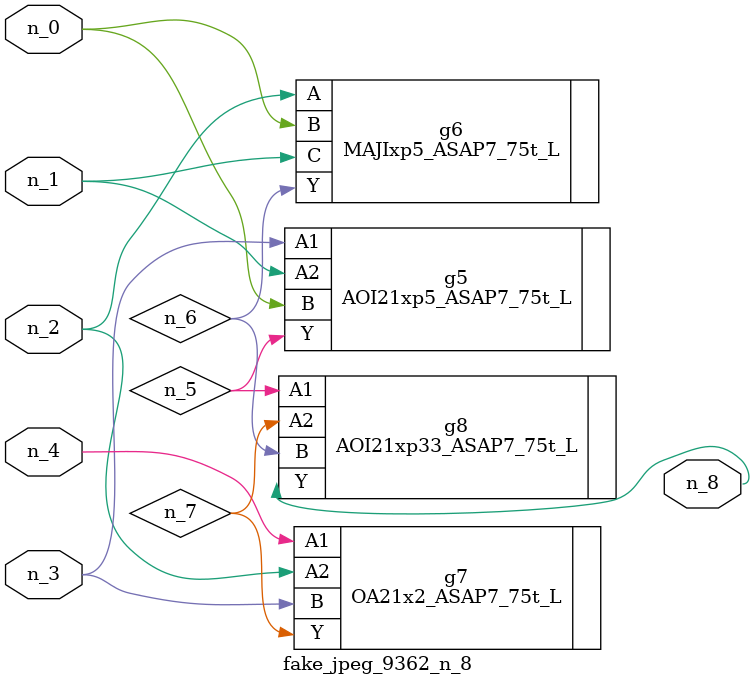
<source format=v>
module fake_jpeg_9362_n_8 (n_3, n_2, n_1, n_0, n_4, n_8);

input n_3;
input n_2;
input n_1;
input n_0;
input n_4;

output n_8;

wire n_6;
wire n_5;
wire n_7;

AOI21xp5_ASAP7_75t_L g5 ( 
.A1(n_3),
.A2(n_1),
.B(n_0),
.Y(n_5)
);

MAJIxp5_ASAP7_75t_L g6 ( 
.A(n_2),
.B(n_0),
.C(n_1),
.Y(n_6)
);

OA21x2_ASAP7_75t_L g7 ( 
.A1(n_4),
.A2(n_2),
.B(n_3),
.Y(n_7)
);

AOI21xp33_ASAP7_75t_L g8 ( 
.A1(n_5),
.A2(n_7),
.B(n_6),
.Y(n_8)
);


endmodule
</source>
